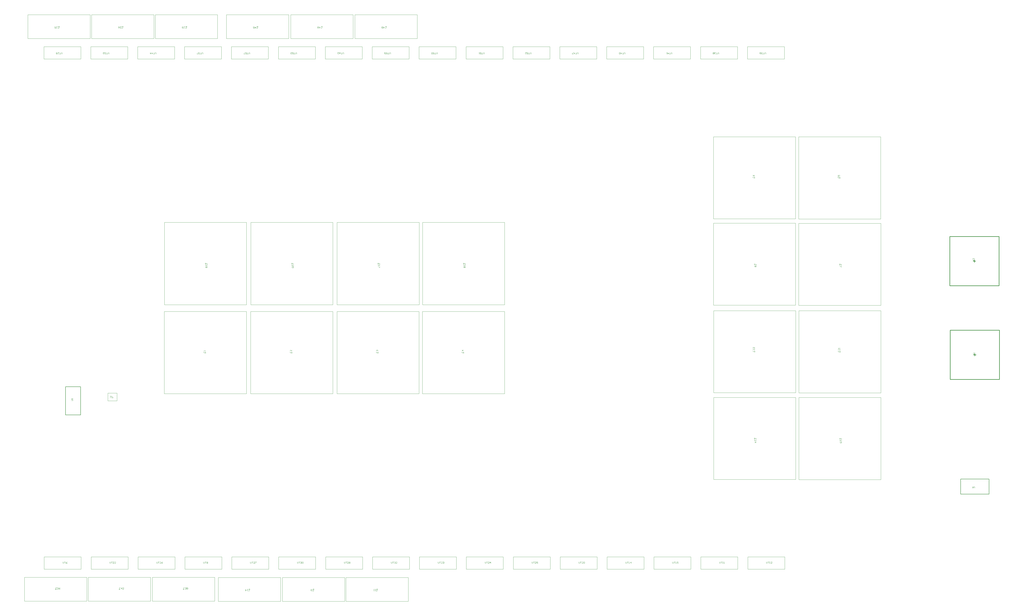
<source format=gbr>
%TF.GenerationSoftware,Altium Limited,Altium Designer,25.3.3 (18)*%
G04 Layer_Color=8388736*
%FSLAX45Y45*%
%MOMM*%
%TF.SameCoordinates,A4CA6E92-6A9D-4088-ADF9-EEBE24E4F9EE*%
%TF.FilePolarity,Positive*%
%TF.FileFunction,Other,Top_Assembly*%
%TF.Part,Single*%
G01*
G75*
%TA.AperFunction,NonConductor*%
%ADD71C,0.20000*%
%ADD72C,0.25400*%
%ADD73C,0.10000*%
G36*
X40632690Y7377418D02*
X40633438D01*
X40634271Y7377251D01*
X40635187Y7377084D01*
X40636270Y7376918D01*
X40637436Y7376584D01*
X40638687Y7376251D01*
X40640021Y7375751D01*
X40641354Y7375168D01*
X40642685Y7374502D01*
X40644019Y7373669D01*
X40645352Y7372669D01*
X40646603Y7371586D01*
X40647852Y7370336D01*
X40647934Y7370253D01*
X40648102Y7370003D01*
X40648434Y7369586D01*
X40648849Y7368920D01*
X40649268Y7368170D01*
X40649768Y7367170D01*
X40650351Y7366004D01*
X40650934Y7364671D01*
X40651517Y7363088D01*
X40652100Y7361338D01*
X40652600Y7359339D01*
X40653018Y7357256D01*
X40653433Y7354840D01*
X40653766Y7352257D01*
X40653934Y7349508D01*
X40654016Y7346509D01*
Y7346425D01*
Y7346259D01*
Y7346009D01*
Y7345676D01*
Y7345259D01*
X40653934Y7344759D01*
Y7343510D01*
X40653766Y7341927D01*
X40653683Y7340177D01*
X40653433Y7338261D01*
X40653183Y7336178D01*
X40652768Y7334012D01*
X40652350Y7331763D01*
X40651767Y7329513D01*
X40651102Y7327264D01*
X40650351Y7325098D01*
X40649435Y7323098D01*
X40648352Y7321182D01*
X40647186Y7319516D01*
X40647101Y7319432D01*
X40646936Y7319182D01*
X40646603Y7318849D01*
X40646103Y7318349D01*
X40645520Y7317766D01*
X40644769Y7317183D01*
X40643851Y7316516D01*
X40642935Y7315767D01*
X40641852Y7315100D01*
X40640604Y7314434D01*
X40639270Y7313850D01*
X40637854Y7313267D01*
X40636270Y7312767D01*
X40634604Y7312434D01*
X40632855Y7312184D01*
X40631021Y7312101D01*
X40630273D01*
X40629773Y7312184D01*
X40629105Y7312268D01*
X40628357Y7312351D01*
X40627524Y7312434D01*
X40626608Y7312601D01*
X40624692Y7313101D01*
X40622607Y7313850D01*
X40621524Y7314350D01*
X40620526Y7314934D01*
X40619525Y7315600D01*
X40618610Y7316350D01*
X40618527Y7316433D01*
X40618359Y7316516D01*
X40618192Y7316766D01*
X40617859Y7317100D01*
X40617444Y7317600D01*
X40617026Y7318099D01*
X40616525Y7318683D01*
X40616025Y7319432D01*
X40615527Y7320182D01*
X40615027Y7321099D01*
X40614609Y7322015D01*
X40614111Y7323098D01*
X40613278Y7325348D01*
X40613028Y7326681D01*
X40612778Y7328014D01*
X40620609Y7328597D01*
Y7328513D01*
X40620691Y7328430D01*
Y7328180D01*
X40620776Y7327847D01*
X40621024Y7327014D01*
X40621359Y7326014D01*
X40621774Y7324931D01*
X40622357Y7323848D01*
X40622940Y7322848D01*
X40623608Y7321932D01*
X40623773Y7321765D01*
X40624191Y7321432D01*
X40624857Y7320849D01*
X40625775Y7320266D01*
X40626941Y7319682D01*
X40628271Y7319099D01*
X40629855Y7318766D01*
X40631522Y7318599D01*
X40632190D01*
X40632855Y7318683D01*
X40633771Y7318849D01*
X40634772Y7319099D01*
X40635938Y7319516D01*
X40637021Y7320016D01*
X40638187Y7320765D01*
X40638354Y7320849D01*
X40638770Y7321265D01*
X40639438Y7321848D01*
X40640271Y7322765D01*
X40641187Y7323848D01*
X40642188Y7325181D01*
X40643103Y7326764D01*
X40644019Y7328597D01*
Y7328680D01*
X40644101Y7328847D01*
X40644186Y7329097D01*
X40644351Y7329513D01*
X40644519Y7330096D01*
X40644687Y7330763D01*
X40644852Y7331513D01*
X40645102Y7332346D01*
X40645270Y7333346D01*
X40645435Y7334512D01*
X40645602Y7335678D01*
X40645770Y7337011D01*
X40645935Y7338428D01*
X40646103Y7340010D01*
X40646185Y7341677D01*
Y7343343D01*
X40646021Y7343260D01*
X40645685Y7342676D01*
X40645102Y7341927D01*
X40644269Y7341010D01*
X40643268Y7339927D01*
X40642102Y7338927D01*
X40640771Y7337844D01*
X40639270Y7337011D01*
X40639188D01*
X40639105Y7336928D01*
X40638855Y7336845D01*
X40638519Y7336678D01*
X40637772Y7336345D01*
X40636688Y7335928D01*
X40635355Y7335512D01*
X40633939Y7335178D01*
X40632355Y7334928D01*
X40630688Y7334845D01*
X40629938D01*
X40629355Y7334928D01*
X40628690Y7335012D01*
X40627856Y7335178D01*
X40627023Y7335345D01*
X40626025Y7335595D01*
X40625024Y7335845D01*
X40623941Y7336261D01*
X40622858Y7336761D01*
X40621692Y7337261D01*
X40620526Y7338011D01*
X40619443Y7338761D01*
X40618359Y7339677D01*
X40617276Y7340677D01*
X40617194Y7340760D01*
X40617026Y7340927D01*
X40616776Y7341260D01*
X40616360Y7341760D01*
X40615942Y7342343D01*
X40615527Y7343010D01*
X40615027Y7343843D01*
X40614444Y7344759D01*
X40613943Y7345759D01*
X40613443Y7346925D01*
X40613028Y7348092D01*
X40612527Y7349425D01*
X40612195Y7350924D01*
X40611945Y7352424D01*
X40611777Y7354007D01*
X40611694Y7355673D01*
Y7355756D01*
Y7355923D01*
Y7356256D01*
Y7356673D01*
X40611777Y7357256D01*
X40611862Y7357839D01*
X40612027Y7359339D01*
X40612360Y7361005D01*
X40612778Y7362921D01*
X40613443Y7364837D01*
X40614359Y7366837D01*
Y7366920D01*
X40614444Y7367087D01*
X40614609Y7367337D01*
X40614859Y7367670D01*
X40615442Y7368586D01*
X40616193Y7369753D01*
X40617276Y7371003D01*
X40618442Y7372336D01*
X40619858Y7373585D01*
X40621524Y7374752D01*
X40621609D01*
X40621692Y7374835D01*
X40621942Y7375002D01*
X40622275Y7375168D01*
X40622775Y7375418D01*
X40623273Y7375585D01*
X40624524Y7376085D01*
X40626025Y7376668D01*
X40627774Y7377084D01*
X40629688Y7377418D01*
X40631772Y7377501D01*
X40632190D01*
X40632690Y7377418D01*
D02*
G37*
G36*
X40691174D02*
X40691922D01*
X40692841Y7377334D01*
X40693839Y7377251D01*
X40694922Y7377084D01*
X40697256Y7376751D01*
X40699670Y7376168D01*
X40702170Y7375418D01*
X40704419Y7374418D01*
X40704504D01*
X40704669Y7374252D01*
X40705002Y7374085D01*
X40705338Y7373835D01*
X40706335Y7373169D01*
X40707587Y7372169D01*
X40708920Y7370919D01*
X40710251Y7369336D01*
X40711502Y7367587D01*
X40712585Y7365504D01*
Y7365421D01*
X40712668Y7365254D01*
X40712836Y7364921D01*
X40712918Y7364421D01*
X40713168Y7363838D01*
X40713336Y7363088D01*
X40713586Y7362255D01*
X40713751Y7361255D01*
X40714001Y7360172D01*
X40714252Y7359006D01*
X40714417Y7357673D01*
X40714584Y7356256D01*
X40714752Y7354673D01*
X40714917Y7353007D01*
X40715002Y7351258D01*
Y7349425D01*
Y7312351D01*
X40706503D01*
Y7349341D01*
Y7349425D01*
Y7349675D01*
Y7350175D01*
Y7350674D01*
X40706421Y7351424D01*
Y7352174D01*
X40706335Y7353090D01*
Y7354007D01*
X40706171Y7356006D01*
X40705838Y7358089D01*
X40705502Y7360005D01*
X40705252Y7360838D01*
X40705002Y7361672D01*
Y7361755D01*
X40704919Y7361838D01*
X40704669Y7362338D01*
X40704337Y7363005D01*
X40703754Y7363921D01*
X40703003Y7364837D01*
X40702087Y7365920D01*
X40701004Y7366837D01*
X40699670Y7367753D01*
X40699588D01*
X40699506Y7367837D01*
X40699005Y7368087D01*
X40698172Y7368420D01*
X40697089Y7368753D01*
X40695755Y7369170D01*
X40694174Y7369503D01*
X40692422Y7369753D01*
X40690424Y7369836D01*
X40689508D01*
X40688925Y7369753D01*
X40688174Y7369670D01*
X40687259Y7369586D01*
X40686258Y7369503D01*
X40685257Y7369336D01*
X40683093Y7368836D01*
X40680844Y7368087D01*
X40679843Y7367587D01*
X40678842Y7367004D01*
X40677927Y7366420D01*
X40677094Y7365671D01*
X40677011Y7365587D01*
X40676926Y7365421D01*
X40676761Y7365171D01*
X40676428Y7364837D01*
X40676178Y7364338D01*
X40675845Y7363671D01*
X40675427Y7362921D01*
X40675095Y7362005D01*
X40674677Y7361005D01*
X40674344Y7359839D01*
X40674011Y7358506D01*
X40673679Y7357006D01*
X40673428Y7355340D01*
X40673260Y7353507D01*
X40673178Y7351508D01*
X40673096Y7349341D01*
Y7312351D01*
X40664597D01*
Y7349425D01*
Y7349508D01*
Y7349841D01*
Y7350341D01*
Y7351008D01*
X40664679Y7351841D01*
Y7352757D01*
X40664764Y7353840D01*
X40664847Y7354923D01*
X40665179Y7357423D01*
X40665515Y7360005D01*
X40666098Y7362505D01*
X40666431Y7363671D01*
X40666846Y7364754D01*
Y7364837D01*
X40666931Y7365004D01*
X40667096Y7365337D01*
X40667264Y7365671D01*
X40667514Y7366170D01*
X40667847Y7366754D01*
X40668680Y7368003D01*
X40669763Y7369503D01*
X40671094Y7371003D01*
X40672763Y7372585D01*
X40673761Y7373335D01*
X40674762Y7374002D01*
X40674844D01*
X40675012Y7374168D01*
X40675345Y7374335D01*
X40675760Y7374585D01*
X40676343Y7374835D01*
X40677011Y7375085D01*
X40677844Y7375418D01*
X40678760Y7375751D01*
X40679761Y7376085D01*
X40680927Y7376418D01*
X40682092Y7376668D01*
X40683426Y7376918D01*
X40684842Y7377168D01*
X40686343Y7377334D01*
X40688007Y7377418D01*
X40689673Y7377501D01*
X40690506D01*
X40691174Y7377418D01*
D02*
G37*
G36*
X2241174Y11138722D02*
X2241923Y11138639D01*
X2242840Y11138556D01*
X2243840Y11138389D01*
X2244839Y11138139D01*
X2247255Y11137556D01*
X2248505Y11137140D01*
X2249755Y11136640D01*
X2251004Y11136056D01*
X2252254Y11135390D01*
X2253504Y11134640D01*
X2254753Y11133724D01*
X2254837Y11133640D01*
X2255087Y11133474D01*
X2255503Y11133057D01*
X2255920Y11132557D01*
X2256586Y11131974D01*
X2257169Y11131224D01*
X2257919Y11130308D01*
X2258586Y11129308D01*
X2259336Y11128142D01*
X2260085Y11126892D01*
X2260669Y11125559D01*
X2261252Y11124060D01*
X2261752Y11122393D01*
X2262168Y11120644D01*
X2262418Y11118811D01*
X2262501Y11116895D01*
Y11116062D01*
X2262418Y11115478D01*
X2262335Y11114729D01*
X2262252Y11113812D01*
X2262085Y11112896D01*
X2261918Y11111813D01*
X2261335Y11109563D01*
X2260919Y11108397D01*
X2260419Y11107231D01*
X2259919Y11105981D01*
X2259252Y11104814D01*
X2258502Y11103731D01*
X2257669Y11102648D01*
X2257586Y11102565D01*
X2257419Y11102398D01*
X2257169Y11102148D01*
X2256753Y11101815D01*
X2256253Y11101315D01*
X2255670Y11100899D01*
X2255003Y11100316D01*
X2254170Y11099816D01*
X2253337Y11099233D01*
X2252337Y11098733D01*
X2251254Y11098150D01*
X2250088Y11097733D01*
X2248838Y11097233D01*
X2247589Y11096900D01*
X2246172Y11096567D01*
X2244673Y11096400D01*
X2244089Y11104648D01*
X2244173D01*
X2244339Y11104731D01*
X2244673D01*
X2245089Y11104814D01*
X2245589Y11104981D01*
X2246172Y11105148D01*
X2247422Y11105481D01*
X2248922Y11106064D01*
X2250421Y11106814D01*
X2251838Y11107730D01*
X2253087Y11108813D01*
X2253170Y11108980D01*
X2253504Y11109397D01*
X2254004Y11110146D01*
X2254503Y11111063D01*
X2255087Y11112229D01*
X2255503Y11113646D01*
X2255836Y11115145D01*
X2256003Y11116895D01*
Y11117478D01*
X2255920Y11117894D01*
X2255836Y11118311D01*
X2255753Y11118894D01*
X2255503Y11120227D01*
X2255003Y11121810D01*
X2254170Y11123393D01*
X2253754Y11124226D01*
X2253170Y11125059D01*
X2252504Y11125809D01*
X2251754Y11126559D01*
X2251671Y11126642D01*
X2251588Y11126726D01*
X2251338Y11126892D01*
X2251004Y11127142D01*
X2250588Y11127475D01*
X2250005Y11127809D01*
X2249421Y11128142D01*
X2248755Y11128558D01*
X2247089Y11129225D01*
X2245173Y11129891D01*
X2242923Y11130308D01*
X2241757Y11130475D01*
X2240424D01*
X2240340D01*
X2240091D01*
X2239757D01*
X2239341Y11130391D01*
X2238758D01*
X2238091Y11130308D01*
X2236591Y11129975D01*
X2234842Y11129558D01*
X2233092Y11128892D01*
X2231343Y11127975D01*
X2230510Y11127392D01*
X2229760Y11126726D01*
X2229677D01*
X2229593Y11126559D01*
X2229427Y11126309D01*
X2229177Y11126059D01*
X2228510Y11125226D01*
X2227760Y11124060D01*
X2227094Y11122643D01*
X2226427Y11120977D01*
X2226011Y11118978D01*
X2225844Y11117978D01*
Y11116145D01*
X2225927Y11115478D01*
X2226094Y11114479D01*
X2226261Y11113479D01*
X2226594Y11112313D01*
X2227094Y11111063D01*
X2227677Y11109896D01*
X2227760Y11109730D01*
X2228010Y11109397D01*
X2228344Y11108897D01*
X2228927Y11108230D01*
X2229510Y11107480D01*
X2230343Y11106647D01*
X2231176Y11105898D01*
X2232176Y11105231D01*
X2231093Y11097816D01*
X2198185Y11103981D01*
Y11135807D01*
X2205683D01*
Y11110230D01*
X2223012Y11106814D01*
X2222928Y11106897D01*
X2222845Y11107064D01*
X2222595Y11107397D01*
X2222345Y11107814D01*
X2222095Y11108314D01*
X2221679Y11108980D01*
X2221345Y11109647D01*
X2220929Y11110480D01*
X2220179Y11112313D01*
X2219596Y11114312D01*
X2219096Y11116561D01*
X2219013Y11117728D01*
X2218929Y11118894D01*
Y11119727D01*
X2219013Y11120311D01*
X2219096Y11120977D01*
X2219263Y11121810D01*
X2219429Y11122727D01*
X2219679Y11123810D01*
X2219929Y11124893D01*
X2220346Y11125976D01*
X2220845Y11127142D01*
X2221345Y11128392D01*
X2222095Y11129558D01*
X2222845Y11130724D01*
X2223761Y11131891D01*
X2224761Y11132974D01*
X2224844Y11133057D01*
X2225011Y11133224D01*
X2225344Y11133474D01*
X2225844Y11133890D01*
X2226427Y11134307D01*
X2227094Y11134807D01*
X2227927Y11135390D01*
X2228843Y11135890D01*
X2229843Y11136473D01*
X2231010Y11136973D01*
X2232176Y11137473D01*
X2233509Y11137889D01*
X2235008Y11138306D01*
X2236508Y11138556D01*
X2238091Y11138722D01*
X2239757Y11138806D01*
X2239841D01*
X2240174D01*
X2240590D01*
X2241174Y11138722D01*
D02*
G37*
G36*
X2236841Y11085319D02*
X2237758D01*
X2238841Y11085236D01*
X2239924Y11085153D01*
X2242423Y11084820D01*
X2245006Y11084486D01*
X2247505Y11083903D01*
X2248672Y11083570D01*
X2249755Y11083153D01*
X2249838D01*
X2250005Y11083070D01*
X2250338Y11082903D01*
X2250671Y11082737D01*
X2251171Y11082487D01*
X2251754Y11082154D01*
X2253004Y11081320D01*
X2254503Y11080237D01*
X2256003Y11078904D01*
X2257586Y11077238D01*
X2258336Y11076238D01*
X2259002Y11075239D01*
Y11075155D01*
X2259169Y11074989D01*
X2259336Y11074656D01*
X2259586Y11074239D01*
X2259835Y11073656D01*
X2260085Y11072989D01*
X2260419Y11072156D01*
X2260752Y11071240D01*
X2261085Y11070240D01*
X2261418Y11069074D01*
X2261668Y11067907D01*
X2261918Y11066574D01*
X2262168Y11065158D01*
X2262335Y11063658D01*
X2262418Y11061992D01*
X2262501Y11060326D01*
Y11059493D01*
X2262418Y11058826D01*
Y11058076D01*
X2262335Y11057160D01*
X2262252Y11056160D01*
X2262085Y11055077D01*
X2261752Y11052744D01*
X2261168Y11050328D01*
X2260419Y11047829D01*
X2259419Y11045580D01*
Y11045496D01*
X2259252Y11045330D01*
X2259086Y11044996D01*
X2258836Y11044663D01*
X2258169Y11043663D01*
X2257169Y11042414D01*
X2255920Y11041081D01*
X2254337Y11039748D01*
X2252587Y11038498D01*
X2250505Y11037415D01*
X2250421D01*
X2250255Y11037332D01*
X2249921Y11037165D01*
X2249421Y11037082D01*
X2248838Y11036832D01*
X2248088Y11036665D01*
X2247255Y11036415D01*
X2246256Y11036249D01*
X2245173Y11035999D01*
X2244006Y11035749D01*
X2242673Y11035582D01*
X2241257Y11035416D01*
X2239674Y11035249D01*
X2238008Y11035082D01*
X2236258Y11034999D01*
X2234425D01*
X2197351D01*
Y11043497D01*
X2234342D01*
X2234425D01*
X2234675D01*
X2235175D01*
X2235675D01*
X2236425Y11043580D01*
X2237175D01*
X2238091Y11043663D01*
X2239007D01*
X2241007Y11043830D01*
X2243090Y11044163D01*
X2245006Y11044497D01*
X2245839Y11044747D01*
X2246672Y11044996D01*
X2246755D01*
X2246839Y11045080D01*
X2247339Y11045330D01*
X2248005Y11045663D01*
X2248922Y11046246D01*
X2249838Y11046996D01*
X2250921Y11047912D01*
X2251838Y11048995D01*
X2252754Y11050328D01*
Y11050412D01*
X2252837Y11050495D01*
X2253087Y11050995D01*
X2253420Y11051828D01*
X2253754Y11052911D01*
X2254170Y11054244D01*
X2254503Y11055827D01*
X2254753Y11057577D01*
X2254837Y11059576D01*
Y11060492D01*
X2254753Y11061076D01*
X2254670Y11061825D01*
X2254587Y11062742D01*
X2254503Y11063742D01*
X2254337Y11064741D01*
X2253837Y11066908D01*
X2253087Y11069157D01*
X2252587Y11070157D01*
X2252004Y11071156D01*
X2251421Y11072073D01*
X2250671Y11072906D01*
X2250588Y11072989D01*
X2250421Y11073073D01*
X2250171Y11073239D01*
X2249838Y11073572D01*
X2249338Y11073822D01*
X2248672Y11074156D01*
X2247922Y11074572D01*
X2247005Y11074905D01*
X2246006Y11075322D01*
X2244839Y11075655D01*
X2243506Y11075989D01*
X2242007Y11076322D01*
X2240340Y11076572D01*
X2238508Y11076738D01*
X2236508Y11076822D01*
X2234342Y11076905D01*
X2197351D01*
Y11085403D01*
X2234425D01*
X2234509D01*
X2234842D01*
X2235342D01*
X2236008D01*
X2236841Y11085319D01*
D02*
G37*
%LPC*%
G36*
X40631940Y7371003D02*
X40631439D01*
X40631107Y7370919D01*
X40630188Y7370753D01*
X40629022Y7370503D01*
X40627606Y7370003D01*
X40626190Y7369336D01*
X40624774Y7368337D01*
X40624023Y7367670D01*
X40623358Y7367004D01*
X40623273Y7366920D01*
X40623190Y7366837D01*
X40623026Y7366587D01*
X40622775Y7366254D01*
X40622525Y7365837D01*
X40622192Y7365337D01*
X40621857Y7364754D01*
X40621524Y7364171D01*
X40620941Y7362588D01*
X40620358Y7360672D01*
X40619943Y7358506D01*
X40619775Y7357339D01*
Y7356090D01*
Y7356006D01*
Y7355756D01*
Y7355423D01*
X40619858Y7355007D01*
Y7354423D01*
X40619943Y7353757D01*
X40620193Y7352257D01*
X40620609Y7350591D01*
X40621274Y7348842D01*
X40622192Y7347175D01*
X40622690Y7346342D01*
X40623358Y7345592D01*
Y7345509D01*
X40623523Y7345426D01*
X40624023Y7345009D01*
X40624774Y7344343D01*
X40625775Y7343676D01*
X40627106Y7343010D01*
X40628607Y7342343D01*
X40630356Y7341927D01*
X40631271Y7341760D01*
X40632773D01*
X40633188Y7341843D01*
X40633606D01*
X40634189Y7341927D01*
X40635355Y7342260D01*
X40636771Y7342676D01*
X40638354Y7343343D01*
X40639853Y7344343D01*
X40640604Y7344926D01*
X40641269Y7345592D01*
Y7345676D01*
X40641437Y7345759D01*
X40641602Y7346009D01*
X40641852Y7346259D01*
X40642435Y7347092D01*
X40643103Y7348258D01*
X40643768Y7349758D01*
X40644351Y7351424D01*
X40644769Y7353424D01*
X40644852Y7354507D01*
X40644934Y7355673D01*
Y7355756D01*
Y7355840D01*
Y7356340D01*
X40644852Y7357173D01*
X40644687Y7358172D01*
X40644519Y7359339D01*
X40644269Y7360672D01*
X40643851Y7362088D01*
X40643268Y7363504D01*
X40643185Y7363671D01*
X40642935Y7364088D01*
X40642520Y7364754D01*
X40642020Y7365587D01*
X40641354Y7366504D01*
X40640521Y7367420D01*
X40639520Y7368253D01*
X40638437Y7369086D01*
X40638272Y7369170D01*
X40637936Y7369420D01*
X40637271Y7369670D01*
X40636438Y7370003D01*
X40635522Y7370419D01*
X40634354Y7370669D01*
X40633188Y7370919D01*
X40631940Y7371003D01*
D02*
G37*
%LPD*%
D71*
X40112500Y7055000D02*
X41317499D01*
X40112500D02*
Y7700000D01*
X41317499D01*
Y7055000D02*
Y7700000D01*
X1940000Y10432500D02*
X2585000D01*
Y11637500D01*
X1940000D02*
X2585000D01*
X1940000Y10432500D02*
Y11637500D01*
D72*
X40710001Y12950000D02*
Y13050000D01*
X40660001Y13000000D02*
X40760001D01*
X41760001Y11950000D02*
Y12370000D01*
X39660001Y14050000D02*
X41760001D01*
Y12370000D02*
Y14050000D01*
X39660001Y11950000D02*
X41760001D01*
X39660001D02*
Y14050000D01*
X40697501Y16950000D02*
Y17050000D01*
X40647501Y17000000D02*
X40747501D01*
X41747501Y15950000D02*
Y16370000D01*
X39647501Y18050000D02*
X41747501D01*
Y16370000D02*
Y18050000D01*
X39647501Y15950000D02*
X41747501D01*
X39647501D02*
Y18050000D01*
D73*
X32589999Y25620001D02*
Y26139999D01*
X31014999Y25620001D02*
X32589999D01*
X31014999Y26139999D02*
X32589999D01*
X31014999Y25713126D02*
Y26004376D01*
Y25620001D02*
Y25713126D01*
Y26004376D02*
Y26139999D01*
X30589999Y25620001D02*
Y26139999D01*
X29014999Y25620001D02*
X30589999D01*
X29014999Y26139999D02*
X30589999D01*
X29014999Y25713126D02*
Y26004376D01*
Y25620001D02*
Y25713126D01*
Y26004376D02*
Y26139999D01*
X28589999Y25620001D02*
Y26139999D01*
X27014999Y25620001D02*
X28589999D01*
X27014999Y26139999D02*
X28589999D01*
X27014999Y25713126D02*
Y26004376D01*
Y25620001D02*
Y25713126D01*
Y26004376D02*
Y26139999D01*
X26589999Y25620001D02*
Y26139999D01*
X25014999Y25620001D02*
X26589999D01*
X25014999Y26139999D02*
X26589999D01*
X25014999Y25713126D02*
Y26004376D01*
Y25620001D02*
Y25713126D01*
Y26004376D02*
Y26139999D01*
X24589999Y25620001D02*
Y26139999D01*
X23014999Y25620001D02*
X24589999D01*
X23014999Y26139999D02*
X24589999D01*
X23014999Y25713126D02*
Y26004376D01*
Y25620001D02*
Y25713126D01*
Y26004376D02*
Y26139999D01*
X22589999Y25620001D02*
Y26139999D01*
X21014999Y25620001D02*
X22589999D01*
X21014999Y26139999D02*
X22589999D01*
X21014999Y25713126D02*
Y26004376D01*
Y25620001D02*
Y25713126D01*
Y26004376D02*
Y26139999D01*
X20589999Y25620001D02*
Y26139999D01*
X19014999Y25620001D02*
X20589999D01*
X19014999Y26139999D02*
X20589999D01*
X19014999Y25713126D02*
Y26004376D01*
Y25620001D02*
Y25713126D01*
Y26004376D02*
Y26139999D01*
X18589999Y25620001D02*
Y26139999D01*
X17014999Y25620001D02*
X18589999D01*
X17014999Y26139999D02*
X18589999D01*
X17014999Y25713126D02*
Y26004376D01*
Y25620001D02*
Y25713126D01*
Y26004376D02*
Y26139999D01*
X13900000Y3505000D02*
X16557500D01*
X13900000Y2490000D02*
X16557500D01*
X13900000D02*
Y3505000D01*
X16557500Y2490000D02*
Y3505000D01*
X15205000Y3000000D02*
X15255000D01*
X15230000Y2975000D02*
Y3025000D01*
X11187500Y3505000D02*
X13845000D01*
X11187500Y2490000D02*
X13845000D01*
X11187500D02*
Y3505000D01*
X13845000Y2490000D02*
Y3505000D01*
X12492500Y3000000D02*
X12542500D01*
X12517500Y2975000D02*
Y3025000D01*
X8450000Y3505000D02*
X11107500D01*
X8450000Y2490000D02*
X11107500D01*
X8450000D02*
Y3505000D01*
X11107500Y2490000D02*
Y3505000D01*
X9755000Y3000000D02*
X9805000D01*
X9780000Y2975000D02*
Y3025000D01*
X2907500Y2495000D02*
X5565000D01*
X2907500Y3510000D02*
X5565000D01*
Y2495000D02*
Y3510000D01*
X2907500Y2495000D02*
Y3510000D01*
X4210000Y3000000D02*
X4260000D01*
X4235000Y2975000D02*
Y3025000D01*
X5642500Y2495000D02*
X8300000D01*
X5642500Y3510000D02*
X8300000D01*
Y2495000D02*
Y3510000D01*
X5642500Y2495000D02*
Y3510000D01*
X6945000Y3000000D02*
X6995000D01*
X6970000Y2975000D02*
Y3025000D01*
X192500Y2495000D02*
X2850000D01*
X192500Y3510000D02*
X2850000D01*
Y2495000D02*
Y3510000D01*
X192500Y2495000D02*
Y3510000D01*
X1495000Y3000000D02*
X1545000D01*
X1520000Y2975000D02*
Y3025000D01*
X16605000Y3860000D02*
Y3995625D01*
Y4286875D02*
Y4380000D01*
Y3995625D02*
Y4286875D01*
X15030000Y3860000D02*
X16605000D01*
X15030000Y4380000D02*
X16605000D01*
X15030000Y3860000D02*
Y4380000D01*
X12605000Y3860000D02*
Y3995625D01*
Y4286875D02*
Y4380000D01*
Y3995625D02*
Y4286875D01*
X11030000Y3860000D02*
X12605000D01*
X11030000Y4380000D02*
X12605000D01*
X11030000Y3860000D02*
Y4380000D01*
X5015000Y26004376D02*
Y26139999D01*
Y25620001D02*
Y25713126D01*
Y26004376D01*
Y26139999D02*
X6590000D01*
X5015000Y25620001D02*
X6590000D01*
Y26139999D01*
X13030000Y3860000D02*
Y4380000D01*
X14605000D01*
X13030000Y3860000D02*
X14605000D01*
Y3995625D02*
Y4286875D01*
Y4380000D01*
Y3860000D02*
Y3995625D01*
X9030000Y3860000D02*
Y4380000D01*
X10605000D01*
X9030000Y3860000D02*
X10605000D01*
Y3995625D02*
Y4286875D01*
Y4380000D01*
Y3860000D02*
Y3995625D01*
X5030000Y3860000D02*
Y4380000D01*
X6605000D01*
X5030000Y3860000D02*
X6605000D01*
Y3995625D02*
Y4286875D01*
Y4380000D01*
Y3860000D02*
Y3995625D01*
X7030000Y3860000D02*
Y4380000D01*
X8605000D01*
X7030000Y3860000D02*
X8605000D01*
Y3995625D02*
Y4286875D01*
Y4380000D01*
Y3860000D02*
Y3995625D01*
X3030000Y3860000D02*
Y4380000D01*
X4605000D01*
X3030000Y3860000D02*
X4605000D01*
Y3995625D02*
Y4286875D01*
Y4380000D01*
Y3860000D02*
Y3995625D01*
X1030000Y3860000D02*
Y4380000D01*
X2605000D01*
X1030000Y3860000D02*
X2605000D01*
Y3995625D02*
Y4286875D01*
Y4380000D01*
Y3860000D02*
Y3995625D01*
X18605000Y3860000D02*
Y3995625D01*
Y4286875D02*
Y4380000D01*
Y3995625D02*
Y4286875D01*
X17030000Y3860000D02*
X18605000D01*
X17030000Y4380000D02*
X18605000D01*
X17030000Y3860000D02*
Y4380000D01*
X20605000Y3860000D02*
Y3995625D01*
Y4286875D02*
Y4380000D01*
Y3995625D02*
Y4286875D01*
X19030000Y3860000D02*
X20605000D01*
X19030000Y4380000D02*
X20605000D01*
X19030000Y3860000D02*
Y4380000D01*
X22605000Y3860000D02*
Y3995625D01*
Y4286875D02*
Y4380000D01*
Y3995625D02*
Y4286875D01*
X21030000Y3860000D02*
X22605000D01*
X21030000Y4380000D02*
X22605000D01*
X21030000Y3860000D02*
Y4380000D01*
X23030000Y3860000D02*
Y4380000D01*
X24605000D01*
X23030000Y3860000D02*
X24605000D01*
Y3995625D02*
Y4286875D01*
Y4380000D01*
Y3860000D02*
Y3995625D01*
X26604999Y3860000D02*
Y3995625D01*
Y4286875D02*
Y4380000D01*
Y3995625D02*
Y4286875D01*
X25030000Y3860000D02*
X26604999D01*
X25030000Y4380000D02*
X26604999D01*
X25030000Y3860000D02*
Y4380000D01*
X28604999Y3860000D02*
Y3995625D01*
Y4286875D02*
Y4380000D01*
Y3995625D02*
Y4286875D01*
X27029999Y3860000D02*
X28604999D01*
X27029999Y4380000D02*
X28604999D01*
X27029999Y3860000D02*
Y4380000D01*
X30604999Y3860000D02*
Y3995625D01*
Y4286875D02*
Y4380000D01*
Y3995625D02*
Y4286875D01*
X29029999Y3860000D02*
X30604999D01*
X29029999Y4380000D02*
X30604999D01*
X29029999Y3860000D02*
Y4380000D01*
X32604999Y3860000D02*
Y3995625D01*
Y4286875D02*
Y4380000D01*
Y3995625D02*
Y4286875D01*
X31029999Y3860000D02*
X32604999D01*
X31029999Y4380000D02*
X32604999D01*
X31029999Y3860000D02*
Y4380000D01*
X14277499Y27504999D02*
X16935001D01*
X14277499Y26489999D02*
X16935001D01*
X14277499D02*
Y27504999D01*
X16935001Y26489999D02*
Y27504999D01*
X15582500Y27000000D02*
X15632500D01*
X15607500Y26975000D02*
Y27025000D01*
X11542500Y27504999D02*
X14200000D01*
X11542500Y26489999D02*
X14200000D01*
X11542500D02*
Y27504999D01*
X14200000Y26489999D02*
Y27504999D01*
X12847501Y27000000D02*
X12897501D01*
X12872501Y26975000D02*
Y27025000D01*
X16589999Y25620001D02*
Y26139999D01*
X15014999Y25620001D02*
X16589999D01*
X15014999Y26139999D02*
X16589999D01*
X15014999Y25713126D02*
Y26004376D01*
Y25620001D02*
Y25713126D01*
Y26004376D02*
Y26139999D01*
X10590000Y25620001D02*
Y26139999D01*
X9015000Y25620001D02*
X10590000D01*
X9015000Y26139999D02*
X10590000D01*
X9015000Y25713126D02*
Y26004376D01*
Y25620001D02*
Y25713126D01*
Y26004376D02*
Y26139999D01*
X8590000Y25620001D02*
Y26139999D01*
X7015000Y25620001D02*
X8590000D01*
X7015000Y26139999D02*
X8590000D01*
X7015000Y25713126D02*
Y26004376D01*
Y25620001D02*
Y25713126D01*
Y26004376D02*
Y26139999D01*
X14589999Y25620001D02*
Y26139999D01*
X13014999Y25620001D02*
X14589999D01*
X13014999Y26139999D02*
X14589999D01*
X13014999Y25713126D02*
Y26004376D01*
Y25620001D02*
Y25713126D01*
Y26004376D02*
Y26139999D01*
X4590000Y25620001D02*
Y26139999D01*
X3015000Y25620001D02*
X4590000D01*
X3015000Y26139999D02*
X4590000D01*
X3015000Y25713126D02*
Y26004376D01*
Y25620001D02*
Y25713126D01*
Y26004376D02*
Y26139999D01*
X2590000Y25620001D02*
Y26139999D01*
X1015000Y25620001D02*
X2590000D01*
X1015000Y26139999D02*
X2590000D01*
X1015000Y25713126D02*
Y26004376D01*
Y25620001D02*
Y25713126D01*
Y26004376D02*
Y26139999D01*
X17165048Y15135001D02*
X20665048Y15135001D01*
X20665048Y18645000D01*
X17165048D02*
X20665048D01*
X17165048Y15135001D02*
Y18645000D01*
X18915048Y16870312D02*
Y16920000D01*
X18890048Y16895000D02*
X18940048D01*
X6157548Y15135001D02*
X9657548Y15135001D01*
X9657548Y18645000D01*
X6157548D02*
X9657548D01*
X6157548Y15135001D02*
Y18645000D01*
X7907548Y16870312D02*
Y16920000D01*
X7882548Y16895000D02*
X7932548D01*
X13517548Y15135001D02*
X17017548Y15135001D01*
X17017548Y18645000D01*
X13517548D02*
X17017548D01*
X13517548Y15135001D02*
Y18645000D01*
X15267548Y16870312D02*
Y16920000D01*
X15242548Y16895000D02*
X15292548D01*
X9840048Y15135001D02*
X13340048Y15135001D01*
X13340048Y18645000D01*
X9840048D02*
X13340048D01*
X9840048Y15135001D02*
Y18645000D01*
X11590048Y16870312D02*
Y16920000D01*
X11565048Y16895000D02*
X11615048D01*
X9835000Y14850000D02*
X13335001Y14850000D01*
X9835000Y11340000D02*
X9835000Y14850000D01*
X9835000Y11340000D02*
X13335001D01*
Y14850000D01*
X11585000Y13064999D02*
Y13114687D01*
X11560000Y13089999D02*
X11610000D01*
X17160001Y14850000D02*
X20660001Y14850000D01*
X17160001Y11340000D02*
X17160001Y14850000D01*
X17160001Y11340000D02*
X20660001D01*
Y14850000D01*
X18910001Y13064999D02*
Y13114687D01*
X18885001Y13089999D02*
X18935001D01*
X6152500Y14850000D02*
X9652500Y14850000D01*
X6152500Y11340000D02*
X6152500Y14850000D01*
X6152500Y11340000D02*
X9652500D01*
Y14850000D01*
X7902500Y13064999D02*
Y13114687D01*
X7877500Y13089999D02*
X7927500D01*
X13512500Y14850000D02*
X17012500Y14850000D01*
X13512500Y11340000D02*
X13512500Y14850000D01*
X13512500Y11340000D02*
X17012500D01*
Y14850000D01*
X15262500Y13064999D02*
Y13114687D01*
X15237500Y13089999D02*
X15287500D01*
X31298059Y9433360D02*
X31348059D01*
X31323059Y9408674D02*
Y9458360D01*
X29573059Y7683360D02*
Y11183360D01*
X33073059Y7683361D02*
X33073062Y11183360D01*
X29573059Y7683360D02*
X33073059Y7683361D01*
X29573059Y11183360D02*
X33073062D01*
X34933060Y9428360D02*
X34983060D01*
X34958060Y9403674D02*
Y9453360D01*
X33208060Y7678360D02*
Y11178360D01*
X36708060Y7678361D02*
X36708060Y11178360D01*
X33208060Y7678360D02*
X36708060Y7678361D01*
X33208060Y11178360D02*
X36708060D01*
X34933060Y13128360D02*
X34983060D01*
X34958060Y13103360D02*
Y13153047D01*
X36708060Y11378360D02*
Y14878362D01*
X33208060Y11378360D02*
X33208060Y14878360D01*
X36708060Y14878362D01*
X33208060Y11378360D02*
X36708060D01*
X31298059Y13133360D02*
X31348059D01*
X31323059Y13108360D02*
Y13158047D01*
X33073059Y11383360D02*
Y14883360D01*
X29573059Y11383360D02*
X29573059Y14883360D01*
X33073059Y14883360D01*
X29573059Y11383360D02*
X33073059D01*
X31292499Y16864999D02*
X31342499D01*
X31317499Y16840314D02*
Y16889999D01*
X29567499Y15114999D02*
Y18614999D01*
X33067499Y15114999D02*
X33067499Y18614999D01*
X29567499Y15114999D02*
X33067499Y15114999D01*
X29567499Y18614999D02*
X33067499D01*
X34927499Y16860001D02*
X34977499D01*
X34952499Y16835313D02*
Y16885001D01*
X33202499Y15109999D02*
Y18610001D01*
X36702499Y15110001D02*
X36702499Y18610001D01*
X33202499Y15109999D02*
X36702499Y15110001D01*
X33202499Y18610001D02*
X36702499D01*
X34925000Y20545000D02*
X34975000D01*
X34950000Y20520000D02*
Y20569687D01*
X36700000Y18795000D02*
Y22295000D01*
X33200000Y18795000D02*
X33200000Y22295000D01*
X36700000Y22295000D01*
X33200000Y18795000D02*
X36700000D01*
X31289999Y20550000D02*
X31339999D01*
X31314999Y20525000D02*
Y20574687D01*
X33064999Y18800000D02*
Y22300000D01*
X29564999Y18800000D02*
X29564999Y22300000D01*
X33064999Y22300000D01*
X29564999Y18800000D02*
X33064999D01*
X3741931Y11365001D02*
X4136931D01*
X3741931Y11040001D02*
Y11365001D01*
Y11040001D02*
X4136931D01*
Y11365001D01*
X11015000Y26004376D02*
Y26139999D01*
Y25620001D02*
Y25713126D01*
Y26004376D01*
Y26139999D02*
X12590000D01*
X11015000Y25620001D02*
X12590000D01*
Y26139999D01*
X1660000Y26975000D02*
Y27025000D01*
X1635000Y27000000D02*
X1685000D01*
X2987500Y26489999D02*
Y27504999D01*
X330000Y26489999D02*
Y27504999D01*
Y26489999D02*
X2987500D01*
X330000Y27504999D02*
X2987500D01*
X4380000Y26975000D02*
Y27025000D01*
X4355000Y27000000D02*
X4405000D01*
X5707500Y26489999D02*
Y27504999D01*
X3050000Y26489999D02*
Y27504999D01*
Y26489999D02*
X5707500D01*
X3050000Y27504999D02*
X5707500D01*
X7095000Y26975000D02*
Y27025000D01*
X7070000Y27000000D02*
X7120000D01*
X8422500Y26489999D02*
Y27504999D01*
X5765000Y26489999D02*
Y27504999D01*
Y26489999D02*
X8422500D01*
X5765000Y27504999D02*
X8422500D01*
X10127500Y26975000D02*
Y27025000D01*
X10102500Y27000000D02*
X10152500D01*
X11455000Y26489999D02*
Y27504999D01*
X8797500Y26489999D02*
Y27504999D01*
Y26489999D02*
X11455000D01*
X8797500Y27504999D02*
X11455000D01*
X40640021Y13000000D02*
X40710001Y13046652D01*
X40640021D02*
X40710001Y13000000D01*
Y13069977D02*
Y13093303D01*
Y13081641D01*
X40640021D01*
X40651685Y13069977D01*
X40627524Y17000000D02*
X40697501Y17046652D01*
X40627524D02*
X40697501Y17000000D01*
Y17116629D02*
Y17069978D01*
X40650848Y17116629D01*
X40639185D01*
X40627524Y17104967D01*
Y17081641D01*
X40639185Y17069978D01*
X31800000Y25830023D02*
Y25876675D01*
X31776675Y25900000D01*
X31753348Y25876675D01*
Y25830023D01*
X31730023D02*
X31683371D01*
X31706696D01*
Y25900000D01*
X31660046Y25841684D02*
X31648383Y25830023D01*
X31625055D01*
X31613394Y25841684D01*
Y25853348D01*
X31625055Y25865012D01*
X31636719D01*
X31625055D01*
X31613394Y25876675D01*
Y25888336D01*
X31625055Y25900000D01*
X31648383D01*
X31660046Y25888336D01*
X31590067D02*
X31578403Y25900000D01*
X31555078D01*
X31543417Y25888336D01*
Y25841684D01*
X31555078Y25830023D01*
X31578403D01*
X31590067Y25841684D01*
Y25853348D01*
X31578403Y25865012D01*
X31543417D01*
X29800000Y25830023D02*
Y25876675D01*
X29776675Y25900000D01*
X29753348Y25876675D01*
Y25830023D01*
X29730023D02*
X29683371D01*
X29706696D01*
Y25900000D01*
X29660046Y25841684D02*
X29648383Y25830023D01*
X29625055D01*
X29613394Y25841684D01*
Y25853348D01*
X29625055Y25865012D01*
X29636719D01*
X29625055D01*
X29613394Y25876675D01*
Y25888336D01*
X29625055Y25900000D01*
X29648383D01*
X29660046Y25888336D01*
X29590067Y25841684D02*
X29578406Y25830023D01*
X29555078D01*
X29543417Y25841684D01*
Y25853348D01*
X29555078Y25865012D01*
X29543417Y25876675D01*
Y25888336D01*
X29555078Y25900000D01*
X29578406D01*
X29590067Y25888336D01*
Y25876675D01*
X29578406Y25865012D01*
X29590067Y25853348D01*
Y25841684D01*
X29578406Y25865012D02*
X29555078D01*
X27800000Y25830023D02*
Y25876675D01*
X27776675Y25900000D01*
X27753348Y25876675D01*
Y25830023D01*
X27730023D02*
X27683371D01*
X27706696D01*
Y25900000D01*
X27625055D02*
Y25830023D01*
X27660046Y25865012D01*
X27613394D01*
X27590067Y25900000D02*
X27566742D01*
X27578406D01*
Y25830023D01*
X27590067Y25841684D01*
X25800000Y25830023D02*
Y25876675D01*
X25776675Y25900000D01*
X25753348Y25876675D01*
Y25830023D01*
X25730023D02*
X25683371D01*
X25706696D01*
Y25900000D01*
X25625055D02*
Y25830023D01*
X25660046Y25865012D01*
X25613394D01*
X25590067Y25841684D02*
X25578406Y25830023D01*
X25555080D01*
X25543416Y25841684D01*
Y25888336D01*
X25555080Y25900000D01*
X25578406D01*
X25590067Y25888336D01*
Y25841684D01*
X23800000Y25830023D02*
Y25876675D01*
X23776674Y25900000D01*
X23753348Y25876675D01*
Y25830023D01*
X23730022D02*
X23683371D01*
X23706697D01*
Y25900000D01*
X23625056D02*
Y25830023D01*
X23660045Y25865012D01*
X23613393D01*
X23590067Y25830023D02*
X23543416D01*
Y25841684D01*
X23590067Y25888336D01*
Y25900000D01*
X21800000Y25830023D02*
Y25876675D01*
X21776674Y25900000D01*
X21753348Y25876675D01*
Y25830023D01*
X21730023D02*
X21683371D01*
X21706697D01*
Y25900000D01*
X21613393Y25830023D02*
X21660045D01*
Y25865012D01*
X21636719Y25853348D01*
X21625056D01*
X21613393Y25865012D01*
Y25888336D01*
X21625056Y25900000D01*
X21648383D01*
X21660045Y25888336D01*
X21543416Y25900000D02*
X21590068D01*
X21543416Y25853348D01*
Y25841684D01*
X21555080Y25830023D01*
X21578406D01*
X21590068Y25841684D01*
X19800000Y25830023D02*
Y25876675D01*
X19776674Y25900000D01*
X19753348Y25876675D01*
Y25830023D01*
X19730023D02*
X19683371D01*
X19706697D01*
Y25900000D01*
X19613393Y25830023D02*
X19660045D01*
Y25865012D01*
X19636719Y25853348D01*
X19625056D01*
X19613393Y25865012D01*
Y25888336D01*
X19625056Y25900000D01*
X19648383D01*
X19660045Y25888336D01*
X19590068Y25900000D02*
X19566742D01*
X19578406D01*
Y25830023D01*
X19590068Y25841684D01*
X17800000Y25830023D02*
Y25876675D01*
X17776674Y25900000D01*
X17753348Y25876675D01*
Y25830023D01*
X17730022D02*
X17683371D01*
X17706697D01*
Y25900000D01*
X17613393Y25830023D02*
X17660045D01*
Y25865012D01*
X17636719Y25853348D01*
X17625056D01*
X17613393Y25865012D01*
Y25888336D01*
X17625056Y25900000D01*
X17648383D01*
X17660045Y25888336D01*
X17590067Y25841684D02*
X17578406Y25830023D01*
X17555080D01*
X17543416Y25841684D01*
Y25888336D01*
X17555080Y25900000D01*
X17578406D01*
X17590067Y25888336D01*
Y25841684D01*
X15183348Y2941686D02*
X15195010Y2930023D01*
X15218336D01*
X15230000Y2941686D01*
Y2988337D01*
X15218336Y3000000D01*
X15195010D01*
X15183348Y2988337D01*
X15160023Y3000000D02*
X15136697D01*
X15148360D01*
Y2930023D01*
X15160023Y2941686D01*
X15101707Y3000000D02*
X15078381D01*
X15090045D01*
Y2930023D01*
X15101707Y2941686D01*
X12470848D02*
X12482511Y2930023D01*
X12505837D01*
X12517500Y2941686D01*
Y2988337D01*
X12505837Y3000000D01*
X12482511D01*
X12470848Y2988337D01*
X12447522D02*
X12435860Y3000000D01*
X12412534D01*
X12400871Y2988337D01*
Y2941686D01*
X12412534Y2930023D01*
X12435860D01*
X12447522Y2941686D01*
Y2953348D01*
X12435860Y2965011D01*
X12400871D01*
X9733348Y2941686D02*
X9745011Y2930023D01*
X9768337D01*
X9780000Y2941686D01*
Y2988337D01*
X9768337Y3000000D01*
X9745011D01*
X9733348Y2988337D01*
X9710022Y3000000D02*
X9686697D01*
X9698360D01*
Y2930023D01*
X9710022Y2941686D01*
X9616719Y3000000D02*
Y2930023D01*
X9651708Y2965011D01*
X9605056D01*
X4281652Y3058315D02*
X4269989Y3069978D01*
X4246663D01*
X4235000Y3058315D01*
Y3011663D01*
X4246663Y3000000D01*
X4269989D01*
X4281652Y3011663D01*
X4339966Y3000000D02*
Y3069978D01*
X4304977Y3034989D01*
X4351629D01*
X4421607Y3000000D02*
X4374955D01*
X4421607Y3046652D01*
Y3058315D01*
X4409944Y3069978D01*
X4386618D01*
X4374955Y3058315D01*
X7016652D02*
X7004989Y3069978D01*
X6981663D01*
X6970000Y3058315D01*
Y3011663D01*
X6981663Y3000000D01*
X7004989D01*
X7016652Y3011663D01*
X7039978Y3058315D02*
X7051640Y3069978D01*
X7074966D01*
X7086629Y3058315D01*
Y3046652D01*
X7074966Y3034989D01*
X7063303D01*
X7074966D01*
X7086629Y3023326D01*
Y3011663D01*
X7074966Y3000000D01*
X7051640D01*
X7039978Y3011663D01*
X7109955D02*
X7121618Y3000000D01*
X7144944D01*
X7156607Y3011663D01*
Y3058315D01*
X7144944Y3069978D01*
X7121618D01*
X7109955Y3058315D01*
Y3046652D01*
X7121618Y3034989D01*
X7156607D01*
X1566651Y3058315D02*
X1554989Y3069978D01*
X1531663D01*
X1520000Y3058315D01*
Y3011663D01*
X1531663Y3000000D01*
X1554989D01*
X1566651Y3011663D01*
X1589977Y3058315D02*
X1601640Y3069978D01*
X1624966D01*
X1636629Y3058315D01*
Y3046652D01*
X1624966Y3034989D01*
X1613303D01*
X1624966D01*
X1636629Y3023326D01*
Y3011663D01*
X1624966Y3000000D01*
X1601640D01*
X1589977Y3011663D01*
X1706606Y3069978D02*
X1683281Y3058315D01*
X1659955Y3034989D01*
Y3011663D01*
X1671618Y3000000D01*
X1694944D01*
X1706606Y3011663D01*
Y3023326D01*
X1694944Y3034989D01*
X1659955D01*
X15820000Y4169977D02*
Y4123326D01*
X15843326Y4100000D01*
X15866652Y4123326D01*
Y4169977D01*
X15889978D02*
X15936629D01*
X15913303D01*
Y4100000D01*
X15959955Y4158315D02*
X15971619Y4169977D01*
X15994943D01*
X16006607Y4158315D01*
Y4146652D01*
X15994943Y4134989D01*
X15983281D01*
X15994943D01*
X16006607Y4123326D01*
Y4111663D01*
X15994943Y4100000D01*
X15971619D01*
X15959955Y4111663D01*
X16076584Y4100000D02*
X16029933D01*
X16076584Y4146652D01*
Y4158315D01*
X16064922Y4169977D01*
X16041595D01*
X16029933Y4158315D01*
X11820000Y4169977D02*
Y4123326D01*
X11843326Y4100000D01*
X11866652Y4123326D01*
Y4169977D01*
X11889977D02*
X11936629D01*
X11913303D01*
Y4100000D01*
X11959955Y4158315D02*
X11971618Y4169977D01*
X11994944D01*
X12006607Y4158315D01*
Y4146652D01*
X11994944Y4134989D01*
X11983281D01*
X11994944D01*
X12006607Y4123326D01*
Y4111663D01*
X11994944Y4100000D01*
X11971618D01*
X11959955Y4111663D01*
X12029933Y4158315D02*
X12041595Y4169977D01*
X12064921D01*
X12076584Y4158315D01*
Y4111663D01*
X12064921Y4100000D01*
X12041595D01*
X12029933Y4111663D01*
Y4158315D01*
X5800000Y25830023D02*
Y25876675D01*
X5776674Y25900000D01*
X5753348Y25876675D01*
Y25830023D01*
X5730023D02*
X5683371D01*
X5706697D01*
Y25900000D01*
X5625056D02*
Y25830023D01*
X5660045Y25865012D01*
X5613393D01*
X5555079Y25900000D02*
Y25830023D01*
X5590068Y25865012D01*
X5543416D01*
X13820000Y4169977D02*
Y4123326D01*
X13843326Y4100000D01*
X13866652Y4123326D01*
Y4169977D01*
X13889978D02*
X13936629D01*
X13913303D01*
Y4100000D01*
X14006607D02*
X13959955D01*
X14006607Y4146652D01*
Y4158315D01*
X13994943Y4169977D01*
X13971619D01*
X13959955Y4158315D01*
X14029933D02*
X14041595Y4169977D01*
X14064922D01*
X14076584Y4158315D01*
Y4146652D01*
X14064922Y4134989D01*
X14076584Y4123326D01*
Y4111663D01*
X14064922Y4100000D01*
X14041595D01*
X14029933Y4111663D01*
Y4123326D01*
X14041595Y4134989D01*
X14029933Y4146652D01*
Y4158315D01*
X14041595Y4134989D02*
X14064922D01*
X9820000Y4169977D02*
Y4123326D01*
X9843326Y4100000D01*
X9866652Y4123326D01*
Y4169977D01*
X9889977D02*
X9936629D01*
X9913303D01*
Y4100000D01*
X10006607D02*
X9959955D01*
X10006607Y4146652D01*
Y4158315D01*
X9994944Y4169977D01*
X9971618D01*
X9959955Y4158315D01*
X10029932Y4169977D02*
X10076584D01*
Y4158315D01*
X10029932Y4111663D01*
Y4100000D01*
X5820000Y4169977D02*
Y4123326D01*
X5843326Y4100000D01*
X5866652Y4123326D01*
Y4169977D01*
X5889978D02*
X5936629D01*
X5913303D01*
Y4100000D01*
X6006607D02*
X5959955D01*
X6006607Y4146652D01*
Y4158315D01*
X5994944Y4169977D01*
X5971618D01*
X5959955Y4158315D01*
X6076584Y4169977D02*
X6053258Y4158315D01*
X6029933Y4134989D01*
Y4111663D01*
X6041595Y4100000D01*
X6064921D01*
X6076584Y4111663D01*
Y4123326D01*
X6064921Y4134989D01*
X6029933D01*
X7820000Y4169977D02*
Y4123326D01*
X7843326Y4100000D01*
X7866652Y4123326D01*
Y4169977D01*
X7889978D02*
X7936629D01*
X7913303D01*
Y4100000D01*
X7959955Y4158315D02*
X7971618Y4169977D01*
X7994944D01*
X8006607Y4158315D01*
Y4146652D01*
X7994944Y4134989D01*
X8006607Y4123326D01*
Y4111663D01*
X7994944Y4100000D01*
X7971618D01*
X7959955Y4111663D01*
Y4123326D01*
X7971618Y4134989D01*
X7959955Y4146652D01*
Y4158315D01*
X7971618Y4134989D02*
X7994944D01*
X3820000Y4169977D02*
Y4123326D01*
X3843326Y4100000D01*
X3866652Y4123326D01*
Y4169977D01*
X3889977D02*
X3936629D01*
X3913303D01*
Y4100000D01*
X4006607D02*
X3959955D01*
X4006607Y4146652D01*
Y4158315D01*
X3994944Y4169977D01*
X3971618D01*
X3959955Y4158315D01*
X4076584Y4100000D02*
X4029933D01*
X4076584Y4146652D01*
Y4158315D01*
X4064921Y4169977D01*
X4041595D01*
X4029933Y4158315D01*
X1820000Y4169977D02*
Y4123326D01*
X1843326Y4100000D01*
X1866652Y4123326D01*
Y4169977D01*
X1889977D02*
X1936629D01*
X1913303D01*
Y4100000D01*
X2006607Y4169977D02*
X1983281Y4158315D01*
X1959955Y4134989D01*
Y4111663D01*
X1971618Y4100000D01*
X1994944D01*
X2006607Y4111663D01*
Y4123326D01*
X1994944Y4134989D01*
X1959955D01*
X17820000Y4169977D02*
Y4123326D01*
X17843326Y4100000D01*
X17866652Y4123326D01*
Y4169977D01*
X17889977D02*
X17936629D01*
X17913303D01*
Y4100000D01*
X18006607D02*
X17959955D01*
X18006607Y4146652D01*
Y4158315D01*
X17994943Y4169977D01*
X17971619D01*
X17959955Y4158315D01*
X18029932D02*
X18041595Y4169977D01*
X18064922D01*
X18076584Y4158315D01*
Y4146652D01*
X18064922Y4134989D01*
X18053258D01*
X18064922D01*
X18076584Y4123326D01*
Y4111663D01*
X18064922Y4100000D01*
X18041595D01*
X18029932Y4111663D01*
X19820000Y4169977D02*
Y4123326D01*
X19843326Y4100000D01*
X19866652Y4123326D01*
Y4169977D01*
X19889977D02*
X19936629D01*
X19913303D01*
Y4100000D01*
X20006607D02*
X19959955D01*
X20006607Y4146652D01*
Y4158315D01*
X19994943Y4169977D01*
X19971619D01*
X19959955Y4158315D01*
X20064922Y4100000D02*
Y4169977D01*
X20029933Y4134989D01*
X20076584D01*
X21820000Y4169977D02*
Y4123326D01*
X21843326Y4100000D01*
X21866652Y4123326D01*
Y4169977D01*
X21889978D02*
X21936629D01*
X21913303D01*
Y4100000D01*
X22006607D02*
X21959955D01*
X22006607Y4146652D01*
Y4158315D01*
X21994943Y4169977D01*
X21971619D01*
X21959955Y4158315D01*
X22076584Y4169977D02*
X22029933D01*
Y4134989D01*
X22053258Y4146652D01*
X22064922D01*
X22076584Y4134989D01*
Y4111663D01*
X22064922Y4100000D01*
X22041595D01*
X22029933Y4111663D01*
X23820000Y4169977D02*
Y4123326D01*
X23843326Y4100000D01*
X23866652Y4123326D01*
Y4169977D01*
X23889978D02*
X23936629D01*
X23913303D01*
Y4100000D01*
X24006607D02*
X23959955D01*
X24006607Y4146652D01*
Y4158315D01*
X23994943Y4169977D01*
X23971619D01*
X23959955Y4158315D01*
X24029933D02*
X24041595Y4169977D01*
X24064922D01*
X24076584Y4158315D01*
Y4111663D01*
X24064922Y4100000D01*
X24041595D01*
X24029933Y4111663D01*
Y4158315D01*
X25820001Y4169977D02*
Y4123326D01*
X25843326Y4100000D01*
X25866653Y4123326D01*
Y4169977D01*
X25889978D02*
X25936630D01*
X25913303D01*
Y4100000D01*
X25959955D02*
X25983282D01*
X25971619D01*
Y4169977D01*
X25959955Y4158315D01*
X26053259Y4100000D02*
Y4169977D01*
X26018271Y4134989D01*
X26064920D01*
X27820001Y4169977D02*
Y4123326D01*
X27843326Y4100000D01*
X27866653Y4123326D01*
Y4169977D01*
X27889978D02*
X27936630D01*
X27913303D01*
Y4100000D01*
X27959955D02*
X27983282D01*
X27971619D01*
Y4169977D01*
X27959955Y4158315D01*
X28064920Y4169977D02*
X28018271D01*
Y4134989D01*
X28041595Y4146652D01*
X28053259D01*
X28064920Y4134989D01*
Y4111663D01*
X28053259Y4100000D01*
X28029932D01*
X28018271Y4111663D01*
X29820001Y4169977D02*
Y4123326D01*
X29843326Y4100000D01*
X29866653Y4123326D01*
Y4169977D01*
X29889978D02*
X29936630D01*
X29913303D01*
Y4100000D01*
X29959955D02*
X29983282D01*
X29971619D01*
Y4169977D01*
X29959955Y4158315D01*
X30018271Y4100000D02*
X30041595D01*
X30029932D01*
Y4169977D01*
X30018271Y4158315D01*
X31820001Y4169977D02*
Y4123326D01*
X31843326Y4100000D01*
X31866653Y4123326D01*
Y4169977D01*
X31889978D02*
X31936630D01*
X31913303D01*
Y4100000D01*
X31959955D02*
X31983282D01*
X31971619D01*
Y4169977D01*
X31959955Y4158315D01*
X32064920Y4100000D02*
X32018271D01*
X32064920Y4146652D01*
Y4158315D01*
X32053259Y4169977D01*
X32029932D01*
X32018271Y4158315D01*
X15560847Y26941687D02*
X15572511Y26930023D01*
X15595837D01*
X15607500Y26941687D01*
Y26988336D01*
X15595837Y27000000D01*
X15572511D01*
X15560847Y26988336D01*
X15502534Y27000000D02*
Y26930023D01*
X15537521Y26965012D01*
X15490871D01*
X15467545Y26988336D02*
X15455882Y27000000D01*
X15432556D01*
X15420892Y26988336D01*
Y26941687D01*
X15432556Y26930023D01*
X15455882D01*
X15467545Y26941687D01*
Y26953348D01*
X15455882Y26965012D01*
X15420892D01*
X12825848Y26941687D02*
X12837511Y26930023D01*
X12860837D01*
X12872501Y26941687D01*
Y26988336D01*
X12860837Y27000000D01*
X12837511D01*
X12825848Y26988336D01*
X12767534Y27000000D02*
Y26930023D01*
X12802522Y26965012D01*
X12755871D01*
X12732545Y26941687D02*
X12720882Y26930023D01*
X12697556D01*
X12685893Y26941687D01*
Y26953348D01*
X12697556Y26965012D01*
X12685893Y26976675D01*
Y26988336D01*
X12697556Y27000000D01*
X12720882D01*
X12732545Y26988336D01*
Y26976675D01*
X12720882Y26965012D01*
X12732545Y26953348D01*
Y26941687D01*
X12720882Y26965012D02*
X12697556D01*
X15800000Y25830023D02*
Y25876675D01*
X15776674Y25900000D01*
X15753348Y25876675D01*
Y25830023D01*
X15730022D02*
X15683371D01*
X15706697D01*
Y25900000D01*
X15613393Y25830023D02*
X15660045D01*
Y25865012D01*
X15636719Y25853348D01*
X15625056D01*
X15613393Y25865012D01*
Y25888336D01*
X15625056Y25900000D01*
X15648383D01*
X15660045Y25888336D01*
X15590067D02*
X15578404Y25900000D01*
X15555080D01*
X15543416Y25888336D01*
Y25841684D01*
X15555080Y25830023D01*
X15578404D01*
X15590067Y25841684D01*
Y25853348D01*
X15578404Y25865012D01*
X15543416D01*
X9800000Y25830023D02*
Y25876675D01*
X9776674Y25900000D01*
X9753348Y25876675D01*
Y25830023D01*
X9730022D02*
X9683371D01*
X9706697D01*
Y25900000D01*
X9613393Y25830023D02*
X9660045D01*
Y25865012D01*
X9636719Y25853348D01*
X9625056D01*
X9613393Y25865012D01*
Y25888336D01*
X9625056Y25900000D01*
X9648382D01*
X9660045Y25888336D01*
X9590067Y25830023D02*
X9543416D01*
Y25841684D01*
X9590067Y25888336D01*
Y25900000D01*
X7800000Y25830023D02*
Y25876675D01*
X7776674Y25900000D01*
X7753348Y25876675D01*
Y25830023D01*
X7730022D02*
X7683371D01*
X7706697D01*
Y25900000D01*
X7660045Y25841684D02*
X7648382Y25830023D01*
X7625056D01*
X7613393Y25841684D01*
Y25853348D01*
X7625056Y25865012D01*
X7636719D01*
X7625056D01*
X7613393Y25876675D01*
Y25888336D01*
X7625056Y25900000D01*
X7648382D01*
X7660045Y25888336D01*
X7590067Y25830023D02*
X7543416D01*
Y25841684D01*
X7590067Y25888336D01*
Y25900000D01*
X13800000Y25830023D02*
Y25876675D01*
X13776674Y25900000D01*
X13753348Y25876675D01*
Y25830023D01*
X13730023D02*
X13683371D01*
X13706697D01*
Y25900000D01*
X13613393Y25830023D02*
X13636719Y25841684D01*
X13660045Y25865012D01*
Y25888336D01*
X13648383Y25900000D01*
X13625056D01*
X13613393Y25888336D01*
Y25876675D01*
X13625056Y25865012D01*
X13660045D01*
X13590068Y25841684D02*
X13578406Y25830023D01*
X13555080D01*
X13543416Y25841684D01*
Y25888336D01*
X13555080Y25900000D01*
X13578406D01*
X13590068Y25888336D01*
Y25841684D01*
X3800000Y25830023D02*
Y25876675D01*
X3776674Y25900000D01*
X3753348Y25876675D01*
Y25830023D01*
X3730023D02*
X3683371D01*
X3706697D01*
Y25900000D01*
X3660045Y25841684D02*
X3648382Y25830023D01*
X3625056D01*
X3613393Y25841684D01*
Y25853348D01*
X3625056Y25865012D01*
X3636719D01*
X3625056D01*
X3613393Y25876675D01*
Y25888336D01*
X3625056Y25900000D01*
X3648382D01*
X3660045Y25888336D01*
X3590067Y25841684D02*
X3578405Y25830023D01*
X3555079D01*
X3543416Y25841684D01*
Y25853348D01*
X3555079Y25865012D01*
X3566742D01*
X3555079D01*
X3543416Y25876675D01*
Y25888336D01*
X3555079Y25900000D01*
X3578405D01*
X3590067Y25888336D01*
X1800000Y25830023D02*
Y25876675D01*
X1776674Y25900000D01*
X1753348Y25876675D01*
Y25830023D01*
X1730022D02*
X1683371D01*
X1706697D01*
Y25900000D01*
X1613393D02*
X1660045D01*
X1613393Y25853348D01*
Y25841684D01*
X1625056Y25830023D01*
X1648382D01*
X1660045Y25841684D01*
X1590067Y25888336D02*
X1578405Y25900000D01*
X1555079D01*
X1543416Y25888336D01*
Y25841684D01*
X1555079Y25830023D01*
X1578405D01*
X1590067Y25841684D01*
Y25853348D01*
X1578405Y25865012D01*
X1543416D01*
X18973363Y16848347D02*
X18985027Y16860011D01*
Y16883337D01*
X18973363Y16895000D01*
X18926711D01*
X18915048Y16883337D01*
Y16860011D01*
X18926711Y16848347D01*
X18915048Y16825021D02*
Y16801697D01*
Y16813361D01*
X18985027D01*
X18973363Y16825021D01*
Y16766708D02*
X18985027Y16755045D01*
Y16731718D01*
X18973363Y16720056D01*
X18961700D01*
X18950037Y16731718D01*
X18938374Y16720056D01*
X18926711D01*
X18915048Y16731718D01*
Y16755045D01*
X18926711Y16766708D01*
X18938374D01*
X18950037Y16755045D01*
X18961700Y16766708D01*
X18973363D01*
X18950037Y16755045D02*
Y16731718D01*
X7965862Y16848347D02*
X7977525Y16860011D01*
Y16883337D01*
X7965862Y16895000D01*
X7919211D01*
X7907548Y16883337D01*
Y16860011D01*
X7919211Y16848347D01*
X7907548Y16825021D02*
Y16801697D01*
Y16813361D01*
X7977525D01*
X7965862Y16825021D01*
X7919211Y16766708D02*
X7907548Y16755045D01*
Y16731718D01*
X7919211Y16720056D01*
X7965862D01*
X7977525Y16731718D01*
Y16755045D01*
X7965862Y16766708D01*
X7954199D01*
X7942537Y16755045D01*
Y16720056D01*
X15325862Y16848347D02*
X15337524Y16860011D01*
Y16883337D01*
X15325862Y16895000D01*
X15279211D01*
X15267548Y16883337D01*
Y16860011D01*
X15279211Y16848347D01*
X15267548Y16825021D02*
Y16801697D01*
Y16813361D01*
X15337524D01*
X15325862Y16825021D01*
X15337524Y16766708D02*
Y16720056D01*
X15325862D01*
X15279211Y16766708D01*
X15267548D01*
X11648362Y16848347D02*
X11660025Y16860011D01*
Y16883337D01*
X11648362Y16895000D01*
X11601711D01*
X11590048Y16883337D01*
Y16860011D01*
X11601711Y16848347D01*
X11590048Y16778371D02*
Y16825021D01*
X11636699Y16778371D01*
X11648362D01*
X11660025Y16790034D01*
Y16813361D01*
X11648362Y16825021D01*
Y16755045D02*
X11660025Y16743382D01*
Y16720056D01*
X11648362Y16708392D01*
X11601711D01*
X11590048Y16720056D01*
Y16743382D01*
X11601711Y16755045D01*
X11648362D01*
X11526686Y13136652D02*
X11515023Y13124989D01*
Y13101663D01*
X11526686Y13089999D01*
X11573337D01*
X11585000Y13101663D01*
Y13124989D01*
X11573337Y13136652D01*
X11585000Y13206628D02*
Y13159978D01*
X11538349Y13206628D01*
X11526686D01*
X11515023Y13194966D01*
Y13171640D01*
X11526686Y13159978D01*
X18851686Y13136652D02*
X18840022Y13124989D01*
Y13101663D01*
X18851686Y13089999D01*
X18898337D01*
X18910001Y13101663D01*
Y13124989D01*
X18898337Y13136652D01*
X18910001Y13194966D02*
X18840022D01*
X18875012Y13159978D01*
Y13206628D01*
X7844185Y13136652D02*
X7832523Y13124989D01*
Y13101663D01*
X7844185Y13089999D01*
X7890837D01*
X7902500Y13101663D01*
Y13124989D01*
X7890837Y13136652D01*
X7902500Y13159978D02*
Y13183302D01*
Y13171640D01*
X7832523D01*
X7844185Y13159978D01*
X15204185Y13136652D02*
X15192523Y13124989D01*
Y13101663D01*
X15204185Y13089999D01*
X15250838D01*
X15262500Y13101663D01*
Y13124989D01*
X15250838Y13136652D01*
X15204185Y13159978D02*
X15192523Y13171640D01*
Y13194966D01*
X15204185Y13206628D01*
X15215848D01*
X15227512Y13194966D01*
Y13183302D01*
Y13194966D01*
X15239174Y13206628D01*
X15250838D01*
X15262500Y13194966D01*
Y13171640D01*
X15250838Y13159978D01*
X31381375Y9386709D02*
X31393039Y9398372D01*
Y9421697D01*
X31381375Y9433360D01*
X31334723D01*
X31323059Y9421697D01*
Y9398372D01*
X31334723Y9386709D01*
X31323059Y9316731D02*
Y9363383D01*
X31369711Y9316731D01*
X31381375D01*
X31393039Y9328394D01*
Y9351720D01*
X31381375Y9363383D01*
X31323059Y9258417D02*
X31393039D01*
X31358047Y9293405D01*
Y9246754D01*
X35016376Y9381709D02*
X35028036Y9393372D01*
Y9416697D01*
X35016376Y9428360D01*
X34969724D01*
X34958060Y9416697D01*
Y9393372D01*
X34969724Y9381709D01*
X34958060Y9311731D02*
Y9358383D01*
X35004712Y9311731D01*
X35016376D01*
X35028036Y9323394D01*
Y9346720D01*
X35016376Y9358383D01*
Y9288405D02*
X35028036Y9276742D01*
Y9253417D01*
X35016376Y9241754D01*
X35004712D01*
X34993048Y9253417D01*
Y9265080D01*
Y9253417D01*
X34981387Y9241754D01*
X34969724D01*
X34958060Y9253417D01*
Y9276742D01*
X34969724Y9288405D01*
X34899747Y13175012D02*
X34888083Y13163348D01*
Y13140022D01*
X34899747Y13128360D01*
X34946396D01*
X34958060Y13140022D01*
Y13163348D01*
X34946396Y13175012D01*
X34958060Y13244991D02*
Y13198338D01*
X34911411Y13244991D01*
X34899747D01*
X34888083Y13233327D01*
Y13210001D01*
X34899747Y13198338D01*
X34958060Y13268315D02*
Y13291641D01*
Y13279977D01*
X34888083D01*
X34899747Y13268315D01*
X31264746Y13180013D02*
X31253082Y13168349D01*
Y13145023D01*
X31264746Y13133360D01*
X31311398D01*
X31323059Y13145023D01*
Y13168349D01*
X31311398Y13180013D01*
X31323059Y13249989D02*
Y13203339D01*
X31276410Y13249989D01*
X31264746D01*
X31253082Y13238327D01*
Y13215001D01*
X31264746Y13203339D01*
X31323059Y13319968D02*
Y13273315D01*
X31276410Y13319968D01*
X31264746D01*
X31253082Y13308304D01*
Y13284978D01*
X31264746Y13273315D01*
X31375815Y16818349D02*
X31387476Y16830011D01*
Y16853337D01*
X31375815Y16864999D01*
X31329163D01*
X31317499Y16853337D01*
Y16830011D01*
X31329163Y16818349D01*
X31375815Y16795023D02*
X31387476Y16783359D01*
Y16760033D01*
X31375815Y16748370D01*
X31364151D01*
X31352487Y16760033D01*
X31340826Y16748370D01*
X31329163D01*
X31317499Y16760033D01*
Y16783359D01*
X31329163Y16795023D01*
X31340826D01*
X31352487Y16783359D01*
X31364151Y16795023D01*
X31375815D01*
X31352487Y16783359D02*
Y16760033D01*
X35010815Y16813348D02*
X35022476Y16825011D01*
Y16848337D01*
X35010815Y16860001D01*
X34964163D01*
X34952499Y16848337D01*
Y16825011D01*
X34964163Y16813348D01*
X35022476Y16790022D02*
Y16743370D01*
X35010815D01*
X34964163Y16790022D01*
X34952499D01*
X34891684Y20591650D02*
X34880023Y20579990D01*
Y20556664D01*
X34891684Y20545000D01*
X34938336D01*
X34950000Y20556664D01*
Y20579990D01*
X34938336Y20591650D01*
X34880023Y20661629D02*
Y20614977D01*
X34915012D01*
X34903348Y20638303D01*
Y20649966D01*
X34915012Y20661629D01*
X34938336D01*
X34950000Y20649966D01*
Y20626640D01*
X34938336Y20614977D01*
X31256686Y20596651D02*
X31245023Y20584988D01*
Y20561662D01*
X31256686Y20550000D01*
X31303336D01*
X31314999Y20561662D01*
Y20584988D01*
X31303336Y20596651D01*
X31245023Y20666629D02*
X31256686Y20643303D01*
X31280011Y20619977D01*
X31303336D01*
X31314999Y20631641D01*
Y20654967D01*
X31303336Y20666629D01*
X31291675D01*
X31280011Y20654967D01*
Y20619977D01*
X3846931Y11167523D02*
Y11225838D01*
X3858594Y11237501D01*
X3881919D01*
X3893582Y11225838D01*
Y11167523D01*
X3916908D02*
X3963560D01*
Y11179186D01*
X3916908Y11225838D01*
Y11237501D01*
X11800000Y25830023D02*
Y25876675D01*
X11776674Y25900000D01*
X11753348Y25876675D01*
Y25830023D01*
X11730023D02*
X11683371D01*
X11706697D01*
Y25900000D01*
X11613393Y25830023D02*
X11660045D01*
Y25865012D01*
X11636719Y25853348D01*
X11625056D01*
X11613393Y25865012D01*
Y25888336D01*
X11625056Y25900000D01*
X11648382D01*
X11660045Y25888336D01*
X11590067Y25841684D02*
X11578405Y25830023D01*
X11555079D01*
X11543416Y25841684D01*
Y25853348D01*
X11555079Y25865012D01*
X11566742D01*
X11555079D01*
X11543416Y25876675D01*
Y25888336D01*
X11555079Y25900000D01*
X11578405D01*
X11590067Y25888336D01*
X1613348Y26941684D02*
X1625011Y26930023D01*
X1648337D01*
X1660000Y26941684D01*
Y26988336D01*
X1648337Y27000000D01*
X1625011D01*
X1613348Y26988336D01*
X1543371Y27000000D02*
X1590022D01*
X1543371Y26953348D01*
Y26941684D01*
X1555034Y26930023D01*
X1578360D01*
X1590022Y26941684D01*
X1473393Y26930023D02*
X1520045D01*
Y26965012D01*
X1496719Y26953348D01*
X1485056D01*
X1473393Y26965012D01*
Y26988336D01*
X1485056Y27000000D01*
X1508382D01*
X1520045Y26988336D01*
X4333348Y26941687D02*
X4345011Y26930023D01*
X4368337D01*
X4380000Y26941687D01*
Y26988336D01*
X4368337Y27000000D01*
X4345011D01*
X4333348Y26988336D01*
X4263371Y27000000D02*
X4310023D01*
X4263371Y26953348D01*
Y26941687D01*
X4275034Y26930023D01*
X4298360D01*
X4310023Y26941687D01*
X4193393Y26930023D02*
X4216719Y26941687D01*
X4240045Y26965012D01*
Y26988336D01*
X4228382Y27000000D01*
X4205056D01*
X4193393Y26988336D01*
Y26976675D01*
X4205056Y26965012D01*
X4240045D01*
X7048348Y26941687D02*
X7060011Y26930023D01*
X7083337D01*
X7095000Y26941687D01*
Y26988336D01*
X7083337Y27000000D01*
X7060011D01*
X7048348Y26988336D01*
X6978371Y27000000D02*
X7025023D01*
X6978371Y26953348D01*
Y26941687D01*
X6990034Y26930023D01*
X7013360D01*
X7025023Y26941687D01*
X6955045Y26988336D02*
X6943382Y27000000D01*
X6920056D01*
X6908393Y26988336D01*
Y26941687D01*
X6920056Y26930023D01*
X6943382D01*
X6955045Y26941687D01*
Y26953348D01*
X6943382Y26965012D01*
X6908393D01*
X10080848Y26941687D02*
X10092511Y26930023D01*
X10115837D01*
X10127500Y26941687D01*
Y26988336D01*
X10115837Y27000000D01*
X10092511D01*
X10080848Y26988336D01*
X10022534Y27000000D02*
Y26930023D01*
X10057522Y26965012D01*
X10010871D01*
X9940893Y26930023D02*
X9987545D01*
Y26965012D01*
X9964219Y26953348D01*
X9952556D01*
X9940893Y26965012D01*
Y26988336D01*
X9952556Y27000000D01*
X9975882D01*
X9987545Y26988336D01*
%TF.MD5,8049046d9560393873f3f8dfce3841c4*%
M02*

</source>
